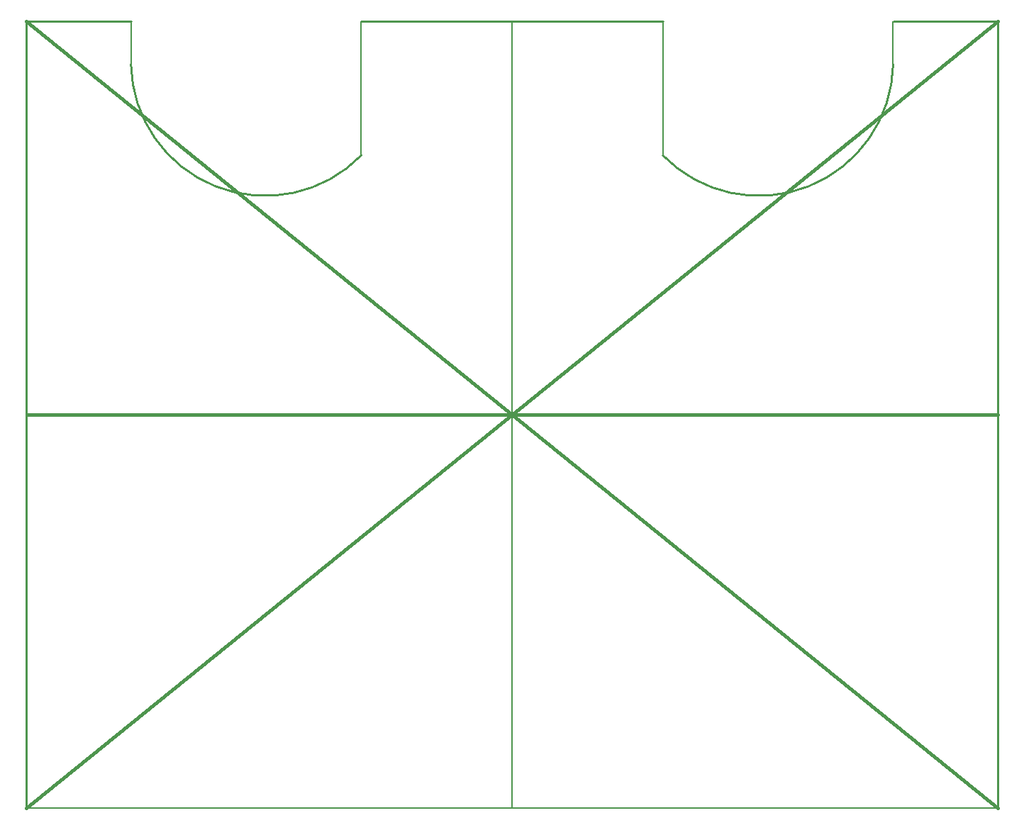
<source format=gm1>
G04 Layer_Color=16711935*
%FSLAX44Y44*%
%MOMM*%
G71*
G01*
G75*
%ADD18C,0.2540*%
%ADD19C,0.2000*%
%ADD50C,0.4500*%
D18*
X1174020Y1077180D02*
G03*
X1449020Y1185705I114752J111905D01*
G01*
X539020D02*
G03*
X814020Y1077180I160248J3379D01*
G01*
X814020Y1237180D02*
X1174020D01*
X1449050D02*
X1574020D01*
X414000D02*
X538990D01*
X1574020Y297180D02*
Y1237180D01*
X414000Y297180D02*
Y1237180D01*
D19*
X994020Y297180D02*
Y767180D01*
Y1237180D01*
X1174020Y1077180D02*
Y1237180D01*
X814020Y1077180D02*
Y1237180D01*
X1449020Y1185705D02*
Y1237210D01*
X414000Y297180D02*
X1574020D01*
X539020Y1185705D02*
Y1237210D01*
D50*
X414020Y1237180D02*
X1574020Y297180D01*
X414020D02*
X1574020Y1237180D01*
X994020Y767180D02*
X1574020D01*
X416840D02*
X994020D01*
M02*

</source>
